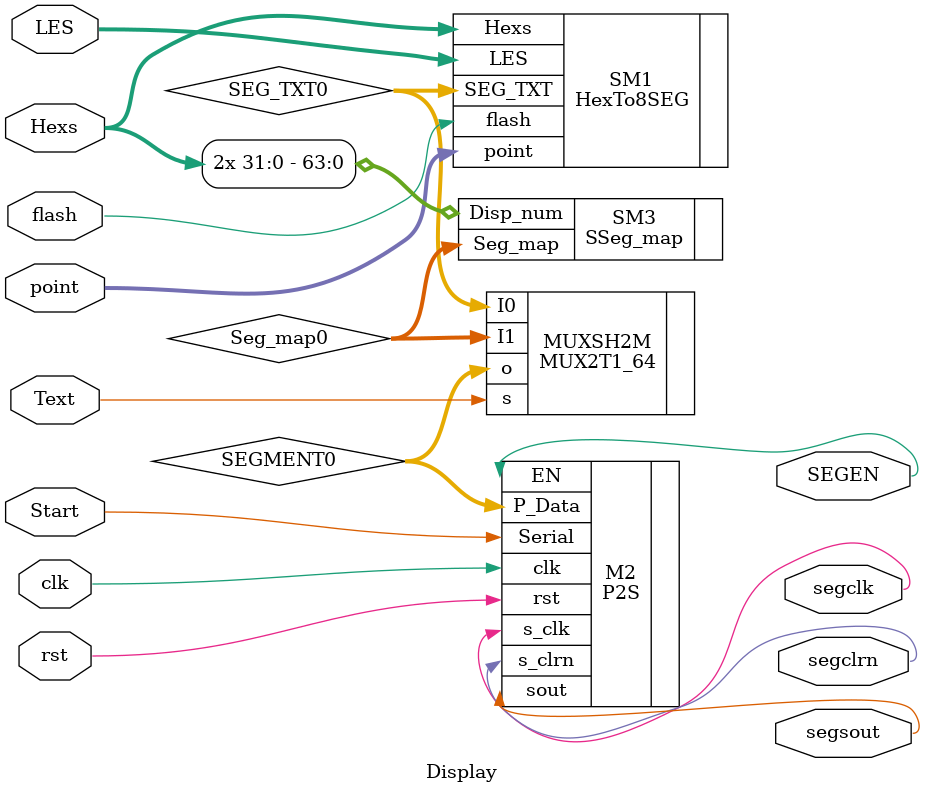
<source format=v>
`timescale 1ns / 1ps
module Display(input clk,
               input rst,
					input Start,
					input Text,
					input flash,
					input [31:0]Hexs,
					input [7:0]point,
					input [7:0]LES,
					output segclk,
					output segsout,
					output SEGEN,
					output segclrn
    );
wire [63:0] SEGMENT0;
wire [63:0] SEG_TXT0;
wire [63:0] Seg_map0;
P2S #(.DATA_BITS(64),.DATA_COUNT_BITS(6))
    M2(.clk(clk),
       .rst(rst),
		 .Serial(Start),
		 .P_Data(SEGMENT0),
		 .s_clk(segclk),
		 .s_clrn(segclrn),
		 .sout(segsout),
		 .EN(SEGEN)		 
       );
MUX2T1_64 MUXSH2M(.I0(SEG_TXT0), 
                  .I1(Seg_map0), 
                  .s(Text), 
                  .o(SEGMENT0)
                  );
HexTo8SEG SM1(.flash(flash), 
              .LES(LES), 
              .point(point), 
              .Hexs(Hexs), 
              .SEG_TXT(SEG_TXT0)
              );
SSeg_map SM3 (.Disp_num({Hexs,Hexs}), 
              .Seg_map(Seg_map0)
              );
endmodule

</source>
